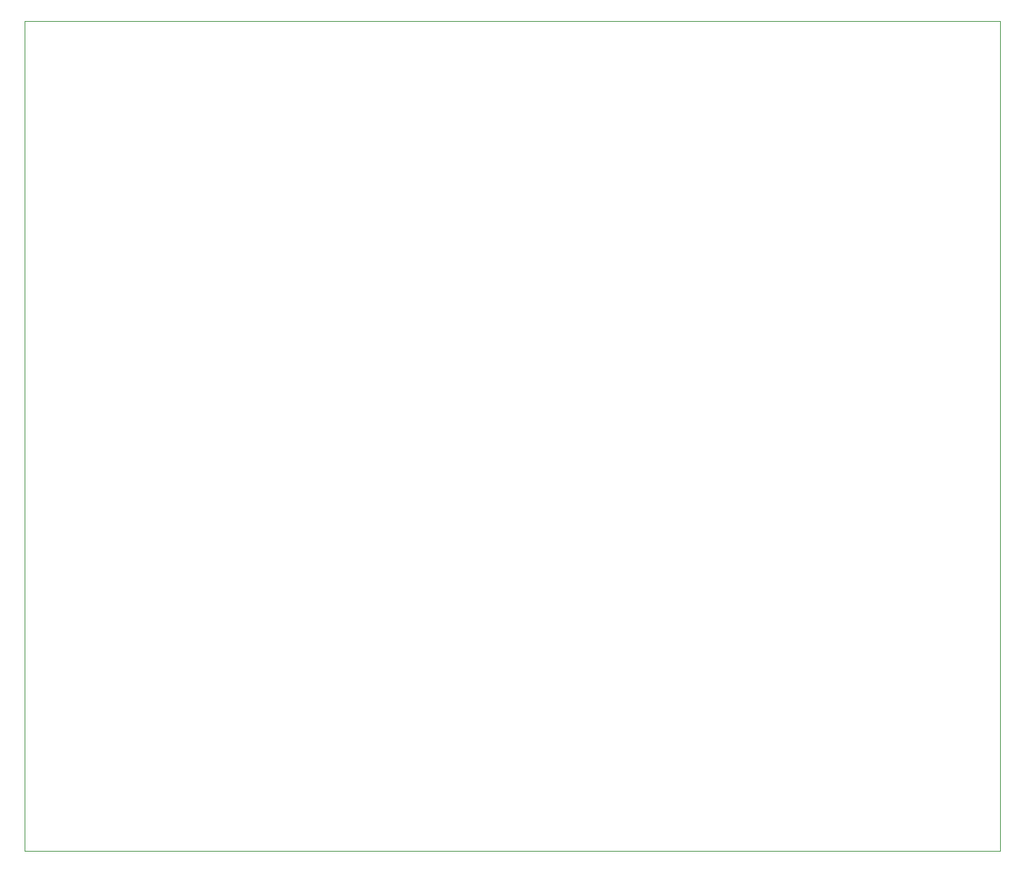
<source format=gbr>
%TF.GenerationSoftware,KiCad,Pcbnew,8.0.1*%
%TF.CreationDate,2024-06-25T09:58:30-03:00*%
%TF.ProjectId,EA075_Optisort,45413037-355f-44f7-9074-69736f72742e,rev?*%
%TF.SameCoordinates,Original*%
%TF.FileFunction,Profile,NP*%
%FSLAX46Y46*%
G04 Gerber Fmt 4.6, Leading zero omitted, Abs format (unit mm)*
G04 Created by KiCad (PCBNEW 8.0.1) date 2024-06-25 09:58:30*
%MOMM*%
%LPD*%
G01*
G04 APERTURE LIST*
%TA.AperFunction,Profile*%
%ADD10C,0.050000*%
%TD*%
G04 APERTURE END LIST*
D10*
X57525000Y-24800000D02*
X174925000Y-24800000D01*
X174925000Y-124800000D01*
X57525000Y-124800000D01*
X57525000Y-24800000D01*
M02*

</source>
